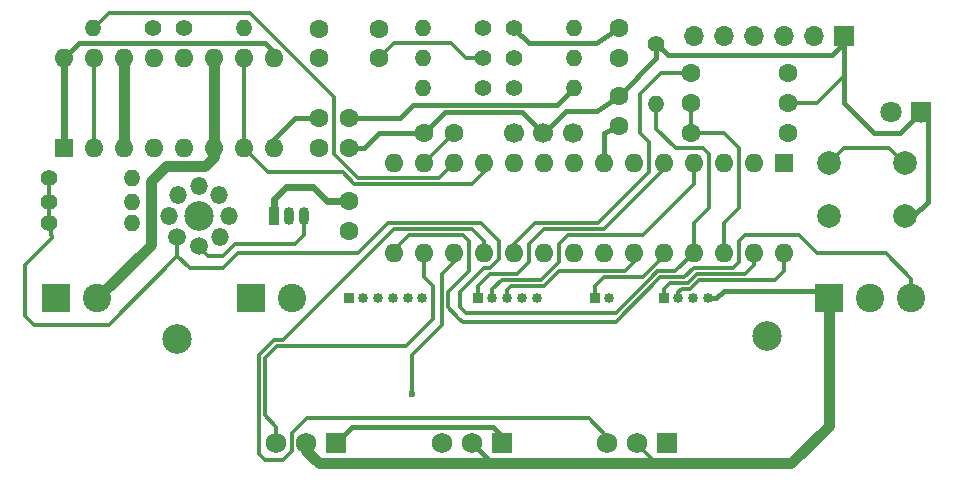
<source format=gbl>
G04 #@! TF.FileFunction,Copper,L2,Bot,Signal*
%FSLAX46Y46*%
G04 Gerber Fmt 4.6, Leading zero omitted, Abs format (unit mm)*
G04 Created by KiCad (PCBNEW 4.0.7) date 05/25/19 09:29:53*
%MOMM*%
%LPD*%
G01*
G04 APERTURE LIST*
%ADD10C,0.100000*%
%ADD11C,1.600000*%
%ADD12R,2.400000X2.400000*%
%ADD13C,2.400000*%
%ADD14C,1.400000*%
%ADD15O,1.400000X1.400000*%
%ADD16R,1.600000X1.600000*%
%ADD17O,1.600000X1.600000*%
%ADD18C,1.700000*%
%ADD19R,1.800000X1.800000*%
%ADD20C,1.800000*%
%ADD21R,1.700000X1.700000*%
%ADD22O,1.700000X1.700000*%
%ADD23R,0.850000X0.850000*%
%ADD24C,0.850000*%
%ADD25C,2.500000*%
%ADD26O,0.900000X1.500000*%
%ADD27R,0.900000X1.500000*%
%ADD28C,1.500000*%
%ADD29O,1.500000X1.500000*%
%ADD30C,1.750000*%
%ADD31R,1.750000X1.750000*%
%ADD32C,2.000000*%
%ADD33C,0.600000*%
%ADD34C,0.406400*%
%ADD35C,0.304800*%
%ADD36C,0.609600*%
%ADD37C,0.914400*%
G04 APERTURE END LIST*
D10*
D11*
X189488000Y-97155000D03*
X197738000Y-97155000D03*
D12*
X201168000Y-111125000D03*
D13*
X204668000Y-111125000D03*
X208168000Y-111125000D03*
D14*
X186563000Y-89575000D03*
D15*
X186563000Y-94655000D03*
D14*
X174538000Y-88265000D03*
D15*
X179618000Y-88265000D03*
D14*
X143978000Y-88265000D03*
D15*
X138898000Y-88265000D03*
D14*
X146598000Y-88265000D03*
D15*
X151678000Y-88265000D03*
D14*
X174538000Y-90805000D03*
D15*
X179618000Y-90805000D03*
D14*
X174538000Y-93345000D03*
D15*
X179618000Y-93345000D03*
D16*
X197358000Y-99695000D03*
D17*
X164338000Y-107315000D03*
X194818000Y-99695000D03*
X166878000Y-107315000D03*
X192278000Y-99695000D03*
X169418000Y-107315000D03*
X189738000Y-99695000D03*
X171958000Y-107315000D03*
X187198000Y-99695000D03*
X174498000Y-107315000D03*
X184658000Y-99695000D03*
X177038000Y-107315000D03*
X182118000Y-99695000D03*
X179578000Y-107315000D03*
X179578000Y-99695000D03*
X182118000Y-107315000D03*
X177038000Y-99695000D03*
X184658000Y-107315000D03*
X174498000Y-99695000D03*
X187198000Y-107315000D03*
X171958000Y-99695000D03*
X189738000Y-107315000D03*
X169418000Y-99695000D03*
X192278000Y-107315000D03*
X166878000Y-99695000D03*
X194818000Y-107315000D03*
X164338000Y-99695000D03*
X197358000Y-107315000D03*
D18*
X174498000Y-97155000D03*
X176998000Y-97155000D03*
X179498000Y-97155000D03*
D14*
X171918000Y-88265000D03*
D15*
X166838000Y-88265000D03*
D14*
X171918000Y-93345000D03*
D15*
X166838000Y-93345000D03*
D14*
X171918000Y-90805000D03*
D15*
X166838000Y-90805000D03*
D11*
X160528000Y-105410000D03*
X160528000Y-102910000D03*
X157988000Y-95885000D03*
X157988000Y-98385000D03*
X157988000Y-90805000D03*
X157988000Y-88305000D03*
X160528000Y-95885000D03*
X160528000Y-98385000D03*
X163068000Y-90805000D03*
X163068000Y-88305000D03*
X169418000Y-97155000D03*
X166918000Y-97155000D03*
X183388000Y-88265000D03*
X183388000Y-90765000D03*
D19*
X208998000Y-95365000D03*
D20*
X206458000Y-95365000D03*
D21*
X202438000Y-88900000D03*
D22*
X199898000Y-88900000D03*
X197358000Y-88900000D03*
X194818000Y-88900000D03*
X192278000Y-88900000D03*
X189738000Y-88900000D03*
D23*
X181356000Y-111125000D03*
D24*
X182606000Y-111125000D03*
D25*
X195998000Y-114365000D03*
X145998000Y-114619000D03*
X147828000Y-104190800D03*
D26*
X155448000Y-104140000D03*
X156718000Y-104140000D03*
D27*
X154178000Y-104140000D03*
D16*
X136398000Y-98425000D03*
D17*
X154178000Y-90805000D03*
X138938000Y-98425000D03*
X151638000Y-90805000D03*
X141478000Y-98425000D03*
X149098000Y-90805000D03*
X144018000Y-98425000D03*
X146558000Y-90805000D03*
X146558000Y-98425000D03*
X144018000Y-90805000D03*
X149098000Y-98425000D03*
X141478000Y-90805000D03*
X151638000Y-98425000D03*
X138938000Y-90805000D03*
X154178000Y-98425000D03*
X136398000Y-90805000D03*
D23*
X187198000Y-111125000D03*
D24*
X188448000Y-111125000D03*
X189698000Y-111125000D03*
X190948000Y-111125000D03*
D28*
X147828000Y-106680000D03*
X146037300Y-105943400D03*
D29*
X145288000Y-104140000D03*
X146050000Y-102387400D03*
X147828000Y-101600000D03*
X149580600Y-102400100D03*
X150368000Y-104140000D03*
X149631400Y-105956100D03*
D11*
X183388000Y-96520000D03*
X183388000Y-94020000D03*
D30*
X154418000Y-123365000D03*
X156958000Y-123365000D03*
D31*
X159498000Y-123365000D03*
D30*
X182418000Y-123365000D03*
X184958000Y-123365000D03*
D31*
X187498000Y-123365000D03*
D30*
X168418000Y-123365000D03*
X170958000Y-123365000D03*
D31*
X173498000Y-123365000D03*
D12*
X135763000Y-111125000D03*
D13*
X139263000Y-111125000D03*
D12*
X152273000Y-111125000D03*
D13*
X155773000Y-111125000D03*
D11*
X189488000Y-94615000D03*
X197738000Y-94615000D03*
D23*
X160528000Y-111125000D03*
D24*
X161778000Y-111125000D03*
X163028000Y-111125000D03*
X164278000Y-111125000D03*
X165528000Y-111125000D03*
X166778000Y-111125000D03*
D23*
X171450000Y-111125000D03*
D24*
X172700000Y-111125000D03*
X173950000Y-111125000D03*
X175200000Y-111125000D03*
X176450000Y-111125000D03*
D11*
X189488000Y-92075000D03*
X197738000Y-92075000D03*
D14*
X135184000Y-104775000D03*
D15*
X142184000Y-104775000D03*
D14*
X135184000Y-100965000D03*
D15*
X142184000Y-100965000D03*
D14*
X135184000Y-102997000D03*
D15*
X142184000Y-102997000D03*
D32*
X201168000Y-104195000D03*
X201168000Y-99695000D03*
X207668000Y-104195000D03*
X207668000Y-99695000D03*
D33*
X165862000Y-119253000D03*
D34*
X207668000Y-104195000D02*
X208352000Y-104195000D01*
X208352000Y-104195000D02*
X209550000Y-102997000D01*
X209550000Y-102997000D02*
X209550000Y-95917000D01*
X209550000Y-95917000D02*
X208998000Y-95365000D01*
X202438000Y-88900000D02*
X202438000Y-89535000D01*
X202438000Y-89535000D02*
X201422000Y-90551000D01*
X187539000Y-90551000D02*
X186563000Y-89575000D01*
X201422000Y-90551000D02*
X187539000Y-90551000D01*
D35*
X202438000Y-88900000D02*
X202438000Y-92329000D01*
X200152000Y-94615000D02*
X197738000Y-94615000D01*
X202438000Y-92329000D02*
X200152000Y-94615000D01*
D34*
X172593000Y-125095000D02*
X172593000Y-125000000D01*
X172593000Y-125000000D02*
X170958000Y-123365000D01*
X202438000Y-88900000D02*
X202438000Y-94615000D01*
X207208000Y-97155000D02*
X208998000Y-95365000D01*
X204978000Y-97155000D02*
X207208000Y-97155000D01*
X202438000Y-94615000D02*
X204978000Y-97155000D01*
X186563000Y-89575000D02*
X186563000Y-90805000D01*
X183388000Y-94020000D02*
X183388000Y-93980000D01*
X183388000Y-93980000D02*
X186563000Y-90805000D01*
D35*
X186563000Y-89575000D02*
X186603000Y-89575000D01*
D34*
X166918000Y-97155000D02*
X166918000Y-97115000D01*
X166918000Y-97115000D02*
X168656000Y-95377000D01*
X175220000Y-95377000D02*
X176998000Y-97155000D01*
X168656000Y-95377000D02*
X175220000Y-95377000D01*
X160528000Y-98385000D02*
X161838000Y-98385000D01*
X163068000Y-97155000D02*
X166918000Y-97155000D01*
X161838000Y-98385000D02*
X163068000Y-97155000D01*
X160528000Y-98385000D02*
X160822000Y-98385000D01*
D36*
X160528000Y-102910000D02*
X158663000Y-102910000D01*
X158663000Y-102910000D02*
X157480000Y-101727000D01*
X157480000Y-101727000D02*
X155194000Y-101727000D01*
X155194000Y-101727000D02*
X154178000Y-102743000D01*
X154178000Y-102743000D02*
X154178000Y-104140000D01*
D35*
X208998000Y-95365000D02*
X208998000Y-96095000D01*
D34*
X190948000Y-111125000D02*
X191643000Y-111125000D01*
X191643000Y-111125000D02*
X192278000Y-110490000D01*
X192278000Y-110490000D02*
X200533000Y-110490000D01*
X200533000Y-110490000D02*
X201168000Y-111125000D01*
X176998000Y-97155000D02*
X177038000Y-97155000D01*
X177038000Y-97155000D02*
X178943000Y-95250000D01*
X181523000Y-95250000D02*
X183388000Y-94020000D01*
X178943000Y-95250000D02*
X181523000Y-95250000D01*
D37*
X201168000Y-111125000D02*
X201168000Y-121920000D01*
X201168000Y-121920000D02*
X197993000Y-125095000D01*
X197993000Y-125095000D02*
X186563000Y-125095000D01*
X186563000Y-125095000D02*
X172593000Y-125095000D01*
X172593000Y-125095000D02*
X157988000Y-125095000D01*
X157988000Y-125095000D02*
X156958000Y-124065000D01*
X156958000Y-124065000D02*
X156958000Y-123365000D01*
D35*
X184958000Y-123365000D02*
X184958000Y-123490000D01*
X184958000Y-123490000D02*
X186563000Y-125095000D01*
X170958000Y-123365000D02*
X170958000Y-123460000D01*
X201168000Y-99695000D02*
X202438000Y-98425000D01*
X206248000Y-98425000D02*
X207518000Y-99695000D01*
X202438000Y-98425000D02*
X206248000Y-98425000D01*
X207518000Y-99695000D02*
X207668000Y-99695000D01*
X184658000Y-107315000D02*
X184658000Y-108077000D01*
X184658000Y-108077000D02*
X183896000Y-108839000D01*
X173950000Y-110403000D02*
X173950000Y-111125000D01*
X174244000Y-110109000D02*
X173950000Y-110403000D01*
X177038000Y-110109000D02*
X174244000Y-110109000D01*
X178308000Y-108839000D02*
X177038000Y-110109000D01*
X183896000Y-108839000D02*
X178308000Y-108839000D01*
X184658000Y-107315000D02*
X184658000Y-107569000D01*
X187198000Y-107315000D02*
X187198000Y-107569000D01*
X187198000Y-107569000D02*
X185423198Y-109343802D01*
X185423198Y-109343802D02*
X182121198Y-109343802D01*
X182121198Y-109343802D02*
X181356000Y-110109000D01*
X181356000Y-110109000D02*
X181356000Y-111125000D01*
X189738000Y-107315000D02*
X189738000Y-104775000D01*
X186563000Y-96774000D02*
X186563000Y-94655000D01*
X188214000Y-98425000D02*
X186563000Y-96774000D01*
X190500000Y-98425000D02*
X188214000Y-98425000D01*
X191008000Y-98933000D02*
X190500000Y-98425000D01*
X191008000Y-103505000D02*
X191008000Y-98933000D01*
X189738000Y-104775000D02*
X191008000Y-103505000D01*
X135184000Y-102997000D02*
X135184000Y-100965000D01*
X135184000Y-104775000D02*
X135184000Y-102997000D01*
X133096000Y-108585000D02*
X133096000Y-108331000D01*
X133096000Y-112649000D02*
X133096000Y-108585000D01*
X133858000Y-113411000D02*
X133096000Y-112649000D01*
X140208000Y-113411000D02*
X133858000Y-113411000D01*
X146037300Y-107581700D02*
X140208000Y-113411000D01*
X146037300Y-105943400D02*
X146037300Y-107581700D01*
X135438000Y-105989000D02*
X135184000Y-104775000D01*
X133096000Y-108331000D02*
X135438000Y-105989000D01*
X186182000Y-109347000D02*
X186182000Y-109298898D01*
X183134000Y-112395000D02*
X186182000Y-109347000D01*
X173228000Y-106299000D02*
X173228000Y-107823000D01*
X151130000Y-107315000D02*
X149860000Y-108585000D01*
X149860000Y-108585000D02*
X147066000Y-108585000D01*
X147066000Y-108585000D02*
X146037300Y-107556300D01*
X146037300Y-105943400D02*
X146037300Y-107556300D01*
X161290000Y-107315000D02*
X151130000Y-107315000D01*
X171704000Y-104775000D02*
X169929198Y-104775000D01*
X169929198Y-104775000D02*
X163830000Y-104775000D01*
X163830000Y-104775000D02*
X161290000Y-107315000D01*
X172215198Y-105286198D02*
X173228000Y-106299000D01*
X172215198Y-105286198D02*
X171704000Y-104775000D01*
X170434000Y-112395000D02*
X181102000Y-112395000D01*
X169926000Y-111887000D02*
X170434000Y-112395000D01*
X169926000Y-110617000D02*
X169926000Y-111887000D01*
X171958000Y-108585000D02*
X169926000Y-110617000D01*
X172466000Y-108585000D02*
X171958000Y-108585000D01*
X173228000Y-107823000D02*
X172466000Y-108585000D01*
X181102000Y-112395000D02*
X183134000Y-112395000D01*
X188207604Y-108845396D02*
X189738000Y-107315000D01*
X186635502Y-108845396D02*
X188207604Y-108845396D01*
X186182000Y-109298898D02*
X186635502Y-108845396D01*
X192278000Y-107315000D02*
X192278000Y-104775000D01*
X192278000Y-97155000D02*
X189488000Y-97155000D01*
X193548000Y-98425000D02*
X192278000Y-97155000D01*
X193548000Y-103505000D02*
X193548000Y-98425000D01*
X192278000Y-104775000D02*
X193548000Y-103505000D01*
X189488000Y-97155000D02*
X189488000Y-94615000D01*
X192278000Y-107315000D02*
X192278000Y-106680000D01*
X187198000Y-111125000D02*
X187198000Y-110363000D01*
X194818000Y-108331000D02*
X194818000Y-107315000D01*
X194056000Y-109093000D02*
X194818000Y-108331000D01*
X189992000Y-109093000D02*
X194056000Y-109093000D01*
X189230000Y-109855000D02*
X189992000Y-109093000D01*
X187706000Y-109855000D02*
X189230000Y-109855000D01*
X187198000Y-110363000D02*
X187706000Y-109855000D01*
X188448000Y-111125000D02*
X188448000Y-110637000D01*
X197358000Y-108839000D02*
X197358000Y-107315000D01*
X196599198Y-109597802D02*
X197358000Y-108839000D01*
X190201096Y-109597802D02*
X196599198Y-109597802D01*
X189439096Y-110359802D02*
X190201096Y-109597802D01*
X188725198Y-110359802D02*
X189439096Y-110359802D01*
X188448000Y-110637000D02*
X188725198Y-110359802D01*
X190500000Y-108585000D02*
X193040000Y-108585000D01*
X183134000Y-113157000D02*
X186940802Y-109350198D01*
X186940802Y-109350198D02*
X188972802Y-109350198D01*
X188972802Y-109350198D02*
X189738000Y-108585000D01*
X189738000Y-108585000D02*
X190500000Y-108585000D01*
X182118000Y-113157000D02*
X183085898Y-113157000D01*
X164338000Y-107061000D02*
X165608000Y-105791000D01*
X165608000Y-105791000D02*
X170180000Y-105791000D01*
X170180000Y-105791000D02*
X170688000Y-106299000D01*
X170688000Y-106299000D02*
X170688000Y-108839000D01*
X170688000Y-108839000D02*
X169672000Y-109855000D01*
X168910000Y-110617000D02*
X169672000Y-109855000D01*
X168910000Y-111887000D02*
X168910000Y-110617000D01*
X169922802Y-112899802D02*
X168910000Y-111887000D01*
X170180000Y-113157000D02*
X169922802Y-112899802D01*
X182118000Y-113157000D02*
X170180000Y-113157000D01*
X183085898Y-113157000D02*
X183134000Y-113157000D01*
X208168000Y-109489000D02*
X208168000Y-111125000D01*
X205994000Y-107315000D02*
X208168000Y-109489000D01*
X200152000Y-107315000D02*
X205994000Y-107315000D01*
X198628000Y-105791000D02*
X200152000Y-107315000D01*
X194056000Y-105791000D02*
X198628000Y-105791000D01*
X193548000Y-106299000D02*
X194056000Y-105791000D01*
X193548000Y-108077000D02*
X193548000Y-106299000D01*
X193040000Y-108585000D02*
X193548000Y-108077000D01*
X164338000Y-107315000D02*
X164338000Y-107061000D01*
X208168000Y-111125000D02*
X208168000Y-110505000D01*
X164338000Y-106807000D02*
X164338000Y-107315000D01*
X163068000Y-90805000D02*
X164338000Y-89535000D01*
X170434000Y-90805000D02*
X171918000Y-90805000D01*
X169164000Y-89535000D02*
X170434000Y-90805000D01*
X164338000Y-89535000D02*
X169164000Y-89535000D01*
X166878000Y-99695000D02*
X169418000Y-97155000D01*
X138938000Y-98425000D02*
X138938000Y-90805000D01*
X159258000Y-97409000D02*
X159258000Y-98933000D01*
X140208000Y-86995000D02*
X152146000Y-86995000D01*
X152146000Y-86995000D02*
X159258000Y-94107000D01*
X159258000Y-94107000D02*
X159258000Y-97409000D01*
X138938000Y-88265000D02*
X140208000Y-86995000D01*
X168148000Y-100965000D02*
X169418000Y-99695000D01*
X161290000Y-100965000D02*
X168148000Y-100965000D01*
X159258000Y-98933000D02*
X161290000Y-100965000D01*
X138898000Y-88265000D02*
X138938000Y-88265000D01*
X171958000Y-99695000D02*
X171958000Y-100457000D01*
X171958000Y-100457000D02*
X170945198Y-101469802D01*
X170945198Y-101469802D02*
X161032802Y-101469802D01*
X161032802Y-101469802D02*
X160020000Y-100457000D01*
X160020000Y-100457000D02*
X153670000Y-100457000D01*
X153670000Y-100457000D02*
X151638000Y-98425000D01*
X151638000Y-98425000D02*
X151638000Y-98933000D01*
X151638000Y-98425000D02*
X151638000Y-90805000D01*
D34*
X174538000Y-88265000D02*
X174538000Y-88305000D01*
X174538000Y-88305000D02*
X175768000Y-89535000D01*
X181483000Y-89535000D02*
X183388000Y-88265000D01*
X175768000Y-89535000D02*
X181483000Y-89535000D01*
D35*
X187198000Y-99695000D02*
X187198000Y-100203000D01*
X187198000Y-100203000D02*
X182121198Y-105279802D01*
X182121198Y-105279802D02*
X177041198Y-105279802D01*
X177041198Y-105279802D02*
X175768000Y-106553000D01*
X175768000Y-106553000D02*
X175768000Y-108077000D01*
X175768000Y-108077000D02*
X174752000Y-109093000D01*
X174752000Y-109093000D02*
X172466000Y-109093000D01*
X172466000Y-109093000D02*
X171450000Y-110109000D01*
X171450000Y-110109000D02*
X171450000Y-111125000D01*
X189738000Y-99695000D02*
X189738000Y-101473000D01*
X172700000Y-110383000D02*
X172700000Y-111125000D01*
X173482000Y-109601000D02*
X172700000Y-110383000D01*
X176784000Y-109601000D02*
X173482000Y-109601000D01*
X178308000Y-108077000D02*
X176784000Y-109601000D01*
X178308000Y-106553000D02*
X178308000Y-108077000D01*
X179076396Y-105784604D02*
X178308000Y-106553000D01*
X185426396Y-105784604D02*
X179076396Y-105784604D01*
X189738000Y-101473000D02*
X185426396Y-105784604D01*
X189738000Y-99695000D02*
X189484000Y-99695000D01*
X174498000Y-107315000D02*
X174498000Y-106553000D01*
X174498000Y-106553000D02*
X176276000Y-104775000D01*
X176276000Y-104775000D02*
X181610000Y-104775000D01*
X181610000Y-104775000D02*
X185928000Y-100457000D01*
X185928000Y-100457000D02*
X185928000Y-97917000D01*
X185928000Y-97917000D02*
X185166000Y-97155000D01*
X185166000Y-97155000D02*
X185166000Y-93853000D01*
X185166000Y-93853000D02*
X186944000Y-92075000D01*
X186944000Y-92075000D02*
X189488000Y-92075000D01*
X162814000Y-106807000D02*
X162814000Y-106810198D01*
X162814000Y-106807000D02*
X164338000Y-105283000D01*
X164338000Y-105283000D02*
X170942000Y-105283000D01*
X170942000Y-105283000D02*
X171958000Y-106299000D01*
X171958000Y-107315000D02*
X171958000Y-106299000D01*
X162814000Y-106810198D02*
X154943198Y-114681000D01*
X154943198Y-114681000D02*
X154943198Y-114684198D01*
X154943198Y-114684198D02*
X154943198Y-114681000D01*
X177038000Y-121285000D02*
X156972000Y-121285000D01*
X180848000Y-121285000D02*
X177038000Y-121285000D01*
X182418000Y-122855000D02*
X180848000Y-121285000D01*
X182418000Y-123365000D02*
X182418000Y-122855000D01*
X154178000Y-114681000D02*
X154943198Y-114681000D01*
X152908000Y-115951000D02*
X154178000Y-114681000D01*
X152908000Y-124333000D02*
X152908000Y-115951000D01*
X153416000Y-124841000D02*
X152908000Y-124333000D01*
X154940000Y-124841000D02*
X153416000Y-124841000D01*
X155702000Y-124079000D02*
X154940000Y-124841000D01*
X155702000Y-122555000D02*
X155702000Y-124079000D01*
X156972000Y-121285000D02*
X155702000Y-122555000D01*
D34*
X136398000Y-90805000D02*
X137668000Y-89535000D01*
X153416000Y-89535000D02*
X154178000Y-90297000D01*
X152400000Y-89535000D02*
X153416000Y-89535000D01*
X140208000Y-89535000D02*
X152400000Y-89535000D01*
X137668000Y-89535000D02*
X140208000Y-89535000D01*
X154178000Y-90297000D02*
X154178000Y-90805000D01*
D36*
X136398000Y-98425000D02*
X136398000Y-90805000D01*
D34*
X173498000Y-123365000D02*
X173498000Y-122825000D01*
X173498000Y-122825000D02*
X172720000Y-122047000D01*
X160816000Y-122047000D02*
X159498000Y-123365000D01*
X172720000Y-122047000D02*
X160816000Y-122047000D01*
X160528000Y-95885000D02*
X164846000Y-95885000D01*
X178192402Y-94770598D02*
X179618000Y-93345000D01*
X165960402Y-94770598D02*
X178192402Y-94770598D01*
X164846000Y-95885000D02*
X165960402Y-94770598D01*
D35*
X156718000Y-105791000D02*
X156718000Y-104140000D01*
D34*
X159498000Y-123365000D02*
X159718000Y-123365000D01*
X182118000Y-99695000D02*
X182118000Y-97155000D01*
X182118000Y-97155000D02*
X183388000Y-96520000D01*
D35*
X155956000Y-106553000D02*
X156718000Y-105791000D01*
X150876000Y-106553000D02*
X155956000Y-106553000D01*
X149860000Y-107569000D02*
X150876000Y-106553000D01*
X148590000Y-107569000D02*
X149860000Y-107569000D01*
X147828000Y-106680000D02*
X147828000Y-106807000D01*
X147828000Y-106807000D02*
X148590000Y-107569000D01*
X167513000Y-114300000D02*
X165862000Y-115951000D01*
X168402000Y-113411000D02*
X167513000Y-114300000D01*
X168402000Y-109093000D02*
X168402000Y-113411000D01*
X169418000Y-108077000D02*
X168402000Y-109093000D01*
X165862000Y-115951000D02*
X165862000Y-119253000D01*
X169418000Y-107315000D02*
X169418000Y-108077000D01*
X165354000Y-115189000D02*
X167640000Y-112903000D01*
X154432000Y-115189000D02*
X165354000Y-115189000D01*
X153416000Y-116205000D02*
X154432000Y-115189000D01*
X153416000Y-121031000D02*
X153416000Y-116205000D01*
X154418000Y-122033000D02*
X153416000Y-121031000D01*
X154418000Y-123365000D02*
X154418000Y-122033000D01*
X166878000Y-109347000D02*
X166878000Y-107315000D01*
X167640000Y-110109000D02*
X166878000Y-109347000D01*
X167640000Y-112903000D02*
X167640000Y-110109000D01*
X154418000Y-123365000D02*
X154418000Y-122950000D01*
D37*
X141478000Y-90805000D02*
X141478000Y-98425000D01*
X149098000Y-90805000D02*
X149098000Y-98425000D01*
X149098000Y-98425000D02*
X149098000Y-99187000D01*
X149098000Y-99187000D02*
X148336000Y-99949000D01*
X143764000Y-106624000D02*
X139263000Y-111125000D01*
X143764000Y-101219000D02*
X143764000Y-106624000D01*
X145034000Y-99949000D02*
X143764000Y-101219000D01*
X148336000Y-99949000D02*
X145034000Y-99949000D01*
D34*
X154178000Y-98425000D02*
X154178000Y-97663000D01*
X154178000Y-97663000D02*
X155956000Y-95885000D01*
X155956000Y-95885000D02*
X157988000Y-95885000D01*
D35*
X147828000Y-101600000D02*
X147828000Y-101473000D01*
M02*

</source>
